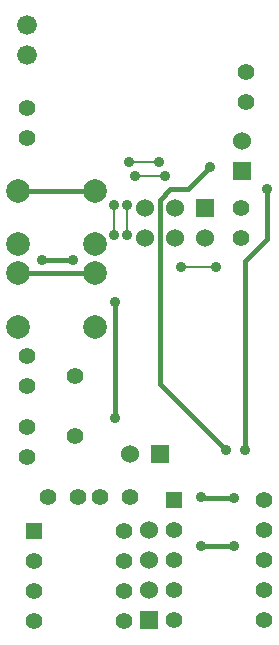
<source format=gtl>
G04 (created by PCBNEW (2013-jul-07)-stable) date 2015年01月19日 01時00分23秒*
%MOIN*%
G04 Gerber Fmt 3.4, Leading zero omitted, Abs format*
%FSLAX34Y34*%
G01*
G70*
G90*
G04 APERTURE LIST*
%ADD10C,0.00590551*%
%ADD11R,0.06X0.06*%
%ADD12C,0.06*%
%ADD13C,0.066*%
%ADD14C,0.056*%
%ADD15R,0.055X0.055*%
%ADD16C,0.055*%
%ADD17C,0.0787402*%
%ADD18C,0.035*%
%ADD19C,0.016*%
%ADD20C,0.008*%
G04 APERTURE END LIST*
G54D10*
G54D11*
X30724Y-25681D03*
G54D12*
X30724Y-26681D03*
X29724Y-25681D03*
X29724Y-26681D03*
X28724Y-25681D03*
X28724Y-26681D03*
G54D11*
X31968Y-24437D03*
G54D12*
X31968Y-23437D03*
G54D13*
X24803Y-20578D03*
X24803Y-19578D03*
G54D14*
X26377Y-31283D03*
X26377Y-33283D03*
G54D15*
X25035Y-36452D03*
G54D16*
X25035Y-37452D03*
X25035Y-38452D03*
X25035Y-39452D03*
X28035Y-39452D03*
X28035Y-38452D03*
X28035Y-37452D03*
X28035Y-36452D03*
G54D15*
X29681Y-35401D03*
G54D16*
X29681Y-36401D03*
X29681Y-37401D03*
X29681Y-38401D03*
X29681Y-39401D03*
X32681Y-39401D03*
X32681Y-38401D03*
X32681Y-37401D03*
X32681Y-36401D03*
X32681Y-35401D03*
X24803Y-32964D03*
X24803Y-33964D03*
X24803Y-31602D03*
X24803Y-30602D03*
X31929Y-25681D03*
X31929Y-26681D03*
X32086Y-21153D03*
X32086Y-22153D03*
G54D17*
X27066Y-27854D03*
X27066Y-29625D03*
X24507Y-29625D03*
X24507Y-27854D03*
X27066Y-25098D03*
X27066Y-26870D03*
X24507Y-26870D03*
X24507Y-25098D03*
G54D16*
X26484Y-35314D03*
X25484Y-35314D03*
X27216Y-35314D03*
X28216Y-35314D03*
X24803Y-22334D03*
X24803Y-23334D03*
G54D11*
X28858Y-39413D03*
G54D12*
X28858Y-38413D03*
X28858Y-37413D03*
X28858Y-36413D03*
G54D11*
X29240Y-33858D03*
G54D12*
X28240Y-33858D03*
G54D18*
X27716Y-28818D03*
X27716Y-32677D03*
X25275Y-27401D03*
X26338Y-27401D03*
X31692Y-36929D03*
X30590Y-36929D03*
X32795Y-25039D03*
X32047Y-33740D03*
X28375Y-24600D03*
X29375Y-24600D03*
X28125Y-26575D03*
X28125Y-25575D03*
X27675Y-26575D03*
X27675Y-25575D03*
X28175Y-24150D03*
X29175Y-24150D03*
X31100Y-27625D03*
X29925Y-27625D03*
X31417Y-33740D03*
X30905Y-24291D03*
X31692Y-35354D03*
X30590Y-35314D03*
G54D19*
X27716Y-32677D02*
X27716Y-28818D01*
X26338Y-27401D02*
X25275Y-27401D01*
X30590Y-36929D02*
X31692Y-36929D01*
X24507Y-27854D02*
X27066Y-27854D01*
X24507Y-25098D02*
X27066Y-25098D01*
X32795Y-25039D02*
X32795Y-26692D01*
X32795Y-26692D02*
X32047Y-27440D01*
X32047Y-27440D02*
X32047Y-33740D01*
G54D20*
X28375Y-24600D02*
X29375Y-24600D01*
X28125Y-26575D02*
X28125Y-25575D01*
X27675Y-26575D02*
X27675Y-25575D01*
X29175Y-24150D02*
X28175Y-24150D01*
X31100Y-27625D02*
X29925Y-27625D01*
G54D19*
X29212Y-31535D02*
X31417Y-33740D01*
X29212Y-25393D02*
X29212Y-31535D01*
X29566Y-25039D02*
X29212Y-25393D01*
X30157Y-25039D02*
X29566Y-25039D01*
X30905Y-24291D02*
X30157Y-25039D01*
X30629Y-35354D02*
X31692Y-35354D01*
X30590Y-35314D02*
X30629Y-35354D01*
M02*

</source>
